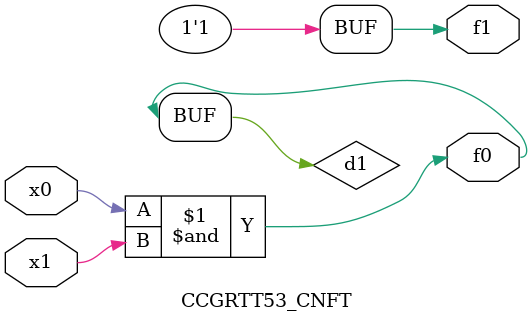
<source format=v>
module CCGRTT53_CNFT(
	input x0, x1,
	output f0, f1
);

	wire d1;

	assign f0 = d1;
	and (d1, x0, x1);
	assign f1 = 1'b1;
endmodule

</source>
